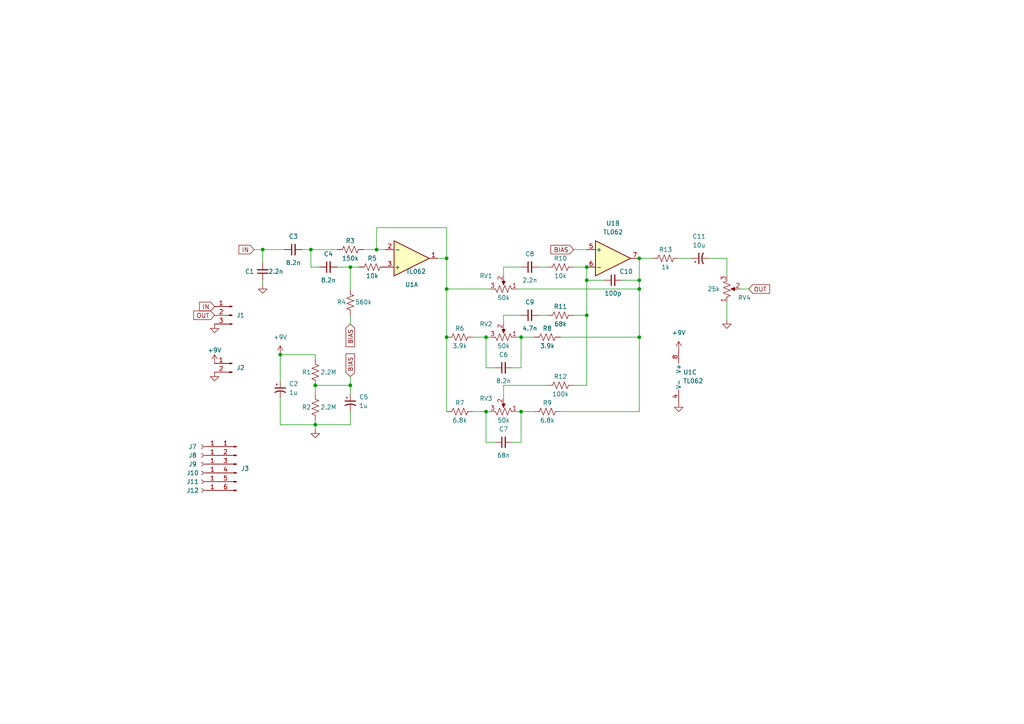
<source format=kicad_sch>
(kicad_sch (version 20211123) (generator eeschema)
  (paper "A4")
  (lib_symbols
    (symbol "Amplifier_Operational:TL062" (pin_names (offset 0.127))
      (property "Reference" "U" (at 0 5.08 0))
      (property "Value" "TL062" (at 0 -5.08 0))
      (symbol "TL062_1_1"
        (polyline (pts (xy -5.08 5.08) (xy 5.08 0) (xy -5.08 -5.08) (xy -5.08 5.08)) (stroke (width 0.254)) (fill (type background)))
        (pin output line (at 7.62 0 180) (length 2.54) (name "~") (number "1"))
        (pin input line (at -7.62 -2.54 0) (length 2.54) (name "-") (number "2"))
        (pin input line (at -7.62 2.54 0) (length 2.54) (name "+") (number "3"))
      )
      (symbol "TL062_2_1"
        (polyline (pts (xy -5.08 5.08) (xy 5.08 0) (xy -5.08 -5.08) (xy -5.08 5.08)) (stroke (width 0.254)) (fill (type background)))
        (pin input line (at -7.62 2.54 0) (length 2.54) (name "+") (number "5"))
        (pin input line (at -7.62 -2.54 0) (length 2.54) (name "-") (number "6"))
        (pin output line (at 7.62 0 180) (length 2.54) (name "~") (number "7"))
      )
      (symbol "TL062_3_1"
        (pin power_in line (at -2.54 -7.62 90) (length 3.81) (name "V-") (number "4"))
        (pin power_in line (at -2.54 7.62 270) (length 3.81) (name "V+") (number "8"))
      )
    )
    (symbol "Connector:Conn_01x01_Female" (pin_names (offset 1.016) hide)
      (property "Reference" "J" (at 0 2.54 0))
      (property "Value" "Conn_01x01_Female" (at 0 -2.54 0))
      (symbol "Conn_01x01_Female_1_1"
        (polyline (pts (xy -1.27 0) (xy -0.508 0)) (stroke (width 0.1524)))
        (arc (start 0 0.508) (mid -0.508 0) (end 0 -0.508) (stroke (width 0.1524)))
        (pin passive line (at -5.08 0 0) (length 3.81) (name "Pin_1") (number "1"))
      )
    )
    (symbol "Connector:Conn_01x02_Male" (pin_names (offset 1.016) hide)
      (property "Reference" "J" (at 0 2.54 0))
      (property "Value" "Conn_01x02_Male" (at 0 -5.08 0))
      (symbol "Conn_01x02_Male_1_1"
        (polyline (pts (xy 1.27 -2.54) (xy 0.8636 -2.54)) (stroke (width 0.1524)))
        (polyline (pts (xy 1.27 0) (xy 0.8636 0)) (stroke (width 0.1524)))
        (rectangle (start 0.8636 -2.413) (end 0 -2.667) (stroke (width 0.1524)) (fill (type outline)))
        (rectangle (start 0.8636 0.127) (end 0 -0.127) (stroke (width 0.1524)) (fill (type outline)))
        (pin passive line (at 5.08 0 180) (length 3.81) (name "Pin_1") (number "1"))
        (pin passive line (at 5.08 -2.54 180) (length 3.81) (name "Pin_2") (number "2"))
      )
    )
    (symbol "Connector:Conn_01x03_Male" (pin_names (offset 1.016) hide)
      (property "Reference" "J" (at 0 5.08 0))
      (property "Value" "Conn_01x03_Male" (at 0 -5.08 0))
      (symbol "Conn_01x03_Male_1_1"
        (polyline (pts (xy 1.27 -2.54) (xy 0.8636 -2.54)) (stroke (width 0.1524)))
        (polyline (pts (xy 1.27 0) (xy 0.8636 0)) (stroke (width 0.1524)))
        (polyline (pts (xy 1.27 2.54) (xy 0.8636 2.54)) (stroke (width 0.1524)))
        (rectangle (start 0.8636 -2.413) (end 0 -2.667) (stroke (width 0.1524)) (fill (type outline)))
        (rectangle (start 0.8636 0.127) (end 0 -0.127) (stroke (width 0.1524)) (fill (type outline)))
        (rectangle (start 0.8636 2.667) (end 0 2.413) (stroke (width 0.1524)) (fill (type outline)))
        (pin passive line (at 5.08 2.54 180) (length 3.81) (name "Pin_1") (number "1"))
        (pin passive line (at 5.08 0 180) (length 3.81) (name "Pin_2") (number "2"))
        (pin passive line (at 5.08 -2.54 180) (length 3.81) (name "Pin_3") (number "3"))
      )
    )
    (symbol "Connector:Conn_01x06_Male" (pin_names (offset 1.016) hide)
      (property "Reference" "J" (at 0 7.62 0))
      (property "Value" "Conn_01x06_Male" (at 0 -10.16 0))
      (symbol "Conn_01x06_Male_1_1"
        (polyline (pts (xy 1.27 -7.62) (xy 0.8636 -7.62)) (stroke (width 0.1524)))
        (polyline (pts (xy 1.27 -5.08) (xy 0.8636 -5.08)) (stroke (width 0.1524)))
        (polyline (pts (xy 1.27 -2.54) (xy 0.8636 -2.54)) (stroke (width 0.1524)))
        (polyline (pts (xy 1.27 0) (xy 0.8636 0)) (stroke (width 0.1524)))
        (polyline (pts (xy 1.27 2.54) (xy 0.8636 2.54)) (stroke (width 0.1524)))
        (polyline (pts (xy 1.27 5.08) (xy 0.8636 5.08)) (stroke (width 0.1524)))
        (rectangle (start 0.8636 -7.493) (end 0 -7.747) (stroke (width 0.1524)) (fill (type outline)))
        (rectangle (start 0.8636 -4.953) (end 0 -5.207) (stroke (width 0.1524)) (fill (type outline)))
        (rectangle (start 0.8636 -2.413) (end 0 -2.667) (stroke (width 0.1524)) (fill (type outline)))
        (rectangle (start 0.8636 0.127) (end 0 -0.127) (stroke (width 0.1524)) (fill (type outline)))
        (rectangle (start 0.8636 2.667) (end 0 2.413) (stroke (width 0.1524)) (fill (type outline)))
        (rectangle (start 0.8636 5.207) (end 0 4.953) (stroke (width 0.1524)) (fill (type outline)))
        (pin passive line (at 5.08 5.08 180) (length 3.81) (name "Pin_1") (number "1"))
        (pin passive line (at 5.08 2.54 180) (length 3.81) (name "Pin_2") (number "2"))
        (pin passive line (at 5.08 0 180) (length 3.81) (name "Pin_3") (number "3"))
        (pin passive line (at 5.08 -2.54 180) (length 3.81) (name "Pin_4") (number "4"))
        (pin passive line (at 5.08 -5.08 180) (length 3.81) (name "Pin_5") (number "5"))
        (pin passive line (at 5.08 -7.62 180) (length 3.81) (name "Pin_6") (number "6"))
      )
    )
    (symbol "Device:C_Polarized_Small_US" (pin_numbers hide) (pin_names (offset 0.254) hide)
      (property "Reference" "C" (at 0.254 1.778 0))
      (property "Value" "C_Polarized_Small_US" (at 0.254 -2.032 0))
      (symbol "C_Polarized_Small_US_0_1"
        (polyline (pts (xy -1.524 0.508) (xy 1.524 0.508)) (stroke (width 0.3048)))
        (polyline (pts (xy -1.27 1.524) (xy -0.762 1.524)))
        (polyline (pts (xy -1.016 1.27) (xy -1.016 1.778)))
        (arc (start 1.524 -0.762) (mid 0 -0.3734) (end -1.524 -0.762) (stroke (width 0.3048)))
      )
      (symbol "C_Polarized_Small_US_1_1"
        (pin passive line (at 0 2.54 270) (length 2.032) (name "~") (number "1"))
        (pin passive line (at 0 -2.54 90) (length 2.032) (name "~") (number "2"))
      )
    )
    (symbol "Device:C_Small" (pin_numbers hide) (pin_names (offset 0.254) hide)
      (property "Reference" "C" (at 0.254 1.778 0))
      (property "Value" "C_Small" (at 0.254 -2.032 0))
      (symbol "C_Small_0_1"
        (polyline (pts (xy -1.524 -0.508) (xy 1.524 -0.508)) (stroke (width 0.3302)))
        (polyline (pts (xy -1.524 0.508) (xy 1.524 0.508)) (stroke (width 0.3048)))
      )
      (symbol "C_Small_1_1"
        (pin passive line (at 0 2.54 270) (length 2.032) (name "~") (number "1"))
        (pin passive line (at 0 -2.54 90) (length 2.032) (name "~") (number "2"))
      )
    )
    (symbol "Device:R_Potentiometer_US" (pin_names (offset 1.016) hide)
      (property "Reference" "RV" (at -4.445 0 90))
      (property "Value" "R_Potentiometer_US" (at -2.54 0 90))
      (symbol "R_Potentiometer_US_0_1"
        (polyline (pts (xy 0 -2.286) (xy 0 -2.54)))
        (polyline (pts (xy 0 2.54) (xy 0 2.286)))
        (polyline (pts (xy 2.54 0) (xy 1.524 0)))
        (polyline (pts (xy 1.143 0) (xy 2.286 0.508) (xy 2.286 -0.508) (xy 1.143 0)) (fill (type outline)))
        (polyline (pts (xy 0 -0.762) (xy 1.016 -1.143) (xy 0 -1.524) (xy -1.016 -1.905) (xy 0 -2.286)))
        (polyline (pts (xy 0 0.762) (xy 1.016 0.381) (xy 0 0) (xy -1.016 -0.381) (xy 0 -0.762)))
        (polyline (pts (xy 0 2.286) (xy 1.016 1.905) (xy 0 1.524) (xy -1.016 1.143) (xy 0 0.762)))
      )
      (symbol "R_Potentiometer_US_1_1"
        (pin passive line (at 0 3.81 270) (length 1.27) (name "1") (number "1"))
        (pin passive line (at 3.81 0 180) (length 1.27) (name "2") (number "2"))
        (pin passive line (at 0 -3.81 90) (length 1.27) (name "3") (number "3"))
      )
    )
    (symbol "Device:R_US" (pin_numbers hide) (pin_names (offset 0))
      (property "Reference" "R" (at 2.54 0 90))
      (property "Value" "R_US" (at -2.54 0 90))
      (symbol "R_US_0_1"
        (polyline (pts (xy 0 -2.286) (xy 0 -2.54)))
        (polyline (pts (xy 0 2.286) (xy 0 2.54)))
        (polyline (pts (xy 0 -0.762) (xy 1.016 -1.143) (xy 0 -1.524) (xy -1.016 -1.905) (xy 0 -2.286)))
        (polyline (pts (xy 0 0.762) (xy 1.016 0.381) (xy 0 0) (xy -1.016 -0.381) (xy 0 -0.762)))
        (polyline (pts (xy 0 2.286) (xy 1.016 1.905) (xy 0 1.524) (xy -1.016 1.143) (xy 0 0.762)))
      )
      (symbol "R_US_1_1"
        (pin passive line (at 0 3.81 270) (length 1.27) (name "~") (number "1"))
        (pin passive line (at 0 -3.81 90) (length 1.27) (name "~") (number "2"))
      )
    )
    (symbol "power:+9V" (power) (pin_names (offset 0))
      (property "Value" "+9V" (at 0 3.556 0))
      (symbol "+9V_0_1"
        (polyline (pts (xy -0.762 1.27) (xy 0 2.54)))
        (polyline (pts (xy 0 0) (xy 0 2.54)))
        (polyline (pts (xy 0 2.54) (xy 0.762 1.27)))
      )
      (symbol "+9V_1_1"
        (pin power_in line (at 0 0 90) (length 0) hide (name "+9V") (number "1"))
      )
    )
    (symbol "power:GND" (power) (pin_names (offset 0))
      (property "Value" "GND" (at 0 -3.81 0))
      (symbol "GND_0_1"
        (polyline (pts (xy 0 0) (xy 0 -1.27) (xy 1.27 -1.27) (xy 0 -2.54) (xy -1.27 -1.27) (xy 0 -1.27)))
      )
      (symbol "GND_1_1"
        (pin power_in line (at 0 0 270) (length 0) hide (name "GND") (number "1"))
      )
    )
  )
  (junction (at 170.18 77.47))
  (junction (at 140.97 119.38))
  (junction (at 185.42 83.82))
  (junction (at 185.42 97.79))
  (junction (at 170.18 81.28))
  (junction (at 81.28 102.87))
  (junction (at 185.42 74.93))
  (junction (at 129.54 97.79))
  (junction (at 101.6 111.76))
  (junction (at 140.97 97.79))
  (junction (at 185.42 81.28))
  (junction (at 101.6 77.47))
  (junction (at 151.13 97.79))
  (junction (at 170.18 91.44))
  (junction (at 151.13 119.38))
  (junction (at 129.54 83.82))
  (junction (at 129.54 74.93))
  (junction (at 90.17 72.39))
  (junction (at 109.22 72.39))
  (junction (at 91.44 111.76))
  (junction (at 76.2 72.39))
  (junction (at 91.44 123.19))
  (wire (pts (xy 143.51 128.27) (xy 140.97 128.27)))
  (wire (pts (xy 109.22 66.04) (xy 129.54 66.04)))
  (wire (pts (xy 148.59 128.27) (xy 151.13 128.27)))
  (wire (pts (xy 214.63 83.82) (xy 217.17 83.82)))
  (wire (pts (xy 90.17 77.47) (xy 90.17 72.39)))
  (wire (pts (xy 140.97 97.79) (xy 142.24 97.79)))
  (wire (pts (xy 149.86 119.38) (xy 151.13 119.38)))
  (wire (pts (xy 196.85 74.93) (xy 200.66 74.93)))
  (wire (pts (xy 170.18 81.28) (xy 170.18 91.44)))
  (wire (pts (xy 156.21 77.47) (xy 158.75 77.47)))
  (wire (pts (xy 180.34 81.28) (xy 185.42 81.28)))
  (wire (pts (xy 148.59 106.68) (xy 151.13 106.68)))
  (wire (pts (xy 97.79 77.47) (xy 101.6 77.47)))
  (wire (pts (xy 140.97 106.68) (xy 143.51 106.68)))
  (wire (pts (xy 81.28 123.19) (xy 91.44 123.19)))
  (wire (pts (xy 140.97 128.27) (xy 140.97 119.38)))
  (wire (pts (xy 146.05 77.47) (xy 151.13 77.47)))
  (wire (pts (xy 146.05 111.76) (xy 158.75 111.76)))
  (wire (pts (xy 149.86 83.82) (xy 185.42 83.82)))
  (wire (pts (xy 140.97 119.38) (xy 142.24 119.38)))
  (wire (pts (xy 170.18 77.47) (xy 170.18 81.28)))
  (wire (pts (xy 151.13 97.79) (xy 154.94 97.79)))
  (wire (pts (xy 92.71 77.47) (xy 90.17 77.47)))
  (wire (pts (xy 137.16 119.38) (xy 140.97 119.38)))
  (wire (pts (xy 170.18 91.44) (xy 170.18 111.76)))
  (wire (pts (xy 87.63 72.39) (xy 90.17 72.39)))
  (wire (pts (xy 101.6 109.22) (xy 101.6 111.76)))
  (wire (pts (xy 185.42 74.93) (xy 185.42 81.28)))
  (wire (pts (xy 101.6 119.38) (xy 101.6 123.19)))
  (wire (pts (xy 101.6 77.47) (xy 104.14 77.47)))
  (wire (pts (xy 210.82 74.93) (xy 210.82 80.01)))
  (wire (pts (xy 166.37 77.47) (xy 170.18 77.47)))
  (wire (pts (xy 146.05 93.98) (xy 146.05 91.44)))
  (wire (pts (xy 166.37 72.39) (xy 170.18 72.39)))
  (wire (pts (xy 129.54 83.82) (xy 129.54 97.79)))
  (wire (pts (xy 185.42 74.93) (xy 189.23 74.93)))
  (wire (pts (xy 127 74.93) (xy 129.54 74.93)))
  (wire (pts (xy 162.56 119.38) (xy 185.42 119.38)))
  (wire (pts (xy 151.13 128.27) (xy 151.13 119.38)))
  (wire (pts (xy 162.56 97.79) (xy 185.42 97.79)))
  (wire (pts (xy 140.97 97.79) (xy 140.97 106.68)))
  (wire (pts (xy 149.86 97.79) (xy 151.13 97.79)))
  (wire (pts (xy 146.05 77.47) (xy 146.05 80.01)))
  (wire (pts (xy 91.44 111.76) (xy 101.6 111.76)))
  (wire (pts (xy 129.54 97.79) (xy 129.54 119.38)))
  (wire (pts (xy 91.44 123.19) (xy 91.44 124.46)))
  (wire (pts (xy 91.44 111.76) (xy 91.44 114.3)))
  (wire (pts (xy 137.16 97.79) (xy 140.97 97.79)))
  (wire (pts (xy 76.2 72.39) (xy 82.55 72.39)))
  (wire (pts (xy 73.66 72.39) (xy 76.2 72.39)))
  (wire (pts (xy 156.21 91.44) (xy 158.75 91.44)))
  (wire (pts (xy 76.2 81.28) (xy 76.2 82.55)))
  (wire (pts (xy 105.41 72.39) (xy 109.22 72.39)))
  (wire (pts (xy 129.54 83.82) (xy 142.24 83.82)))
  (wire (pts (xy 146.05 91.44) (xy 151.13 91.44)))
  (wire (pts (xy 109.22 72.39) (xy 109.22 66.04)))
  (wire (pts (xy 210.82 87.63) (xy 210.82 92.71)))
  (wire (pts (xy 81.28 115.57) (xy 81.28 123.19)))
  (wire (pts (xy 185.42 81.28) (xy 185.42 83.82)))
  (wire (pts (xy 101.6 77.47) (xy 101.6 83.82)))
  (wire (pts (xy 90.17 72.39) (xy 97.79 72.39)))
  (wire (pts (xy 205.74 74.93) (xy 210.82 74.93)))
  (wire (pts (xy 151.13 119.38) (xy 154.94 119.38)))
  (wire (pts (xy 101.6 91.44) (xy 101.6 93.98)))
  (wire (pts (xy 129.54 66.04) (xy 129.54 74.93)))
  (wire (pts (xy 101.6 111.76) (xy 101.6 114.3)))
  (wire (pts (xy 91.44 123.19) (xy 91.44 121.92)))
  (wire (pts (xy 166.37 111.76) (xy 170.18 111.76)))
  (wire (pts (xy 151.13 106.68) (xy 151.13 97.79)))
  (wire (pts (xy 166.37 91.44) (xy 170.18 91.44)))
  (wire (pts (xy 91.44 102.87) (xy 91.44 104.14)))
  (wire (pts (xy 76.2 76.2) (xy 76.2 72.39)))
  (wire (pts (xy 109.22 72.39) (xy 111.76 72.39)))
  (wire (pts (xy 185.42 97.79) (xy 185.42 119.38)))
  (wire (pts (xy 185.42 83.82) (xy 185.42 97.79)))
  (wire (pts (xy 101.6 123.19) (xy 91.44 123.19)))
  (wire (pts (xy 81.28 102.87) (xy 81.28 110.49)))
  (wire (pts (xy 81.28 102.87) (xy 91.44 102.87)))
  (wire (pts (xy 129.54 74.93) (xy 129.54 83.82)))
  (wire (pts (xy 170.18 81.28) (xy 175.26 81.28)))
  (wire (pts (xy 146.05 115.57) (xy 146.05 111.76)))
  (global_label "IN" (shape input) (at 73.66 72.39 180) (property "Intersheet References" "${INTERSHEET_REFS}" (effects hide)))
  (global_label "OUT" (shape input) (at 62.23 91.44 180) (property "Intersheet References" "${INTERSHEET_REFS}" (effects hide)))
  (global_label "BIAS" (shape input) (at 166.37 72.39 180) (property "Intersheet References" "${INTERSHEET_REFS}" (effects hide)))
  (global_label "BIAS" (shape input) (at 101.6 93.98 270) (property "Intersheet References" "${INTERSHEET_REFS}" (effects hide)))
  (global_label "BIAS" (shape input) (at 101.6 109.22 90) (property "Intersheet References" "${INTERSHEET_REFS}" (effects hide)))
  (global_label "OUT" (shape input) (at 217.17 83.82 0) (property "Intersheet References" "${INTERSHEET_REFS}" (effects hide)))
  (global_label "IN" (shape input) (at 62.23 88.9 180) (property "Intersheet References" "${INTERSHEET_REFS}" (effects hide)))
  (symbol (lib_id "power:+9V") (at 62.23 105.41 0) (unit 1)
    (property "Reference" "#PWR0110" (effects hide))
    (property "Value" "+9V" (at 62.23 101.6 0))
  )
  (symbol (lib_id "Connector:Conn_01x01_Female") (at 58.42 134.62 180) (unit 1)
    (property "Reference" "J9" (at 55.88 134.62 0))
    (property "Value" "Conn_01x01_Female" (effects hide))
    (property "Footprint" "Connector_PinSocket_2.54mm:PinSocket_1x01_P2.54mm_Vertical" (effects hide))
  )
  (symbol (lib_id "Connector:Conn_01x06_Male") (at 68.58 134.62 0) (mirror y) (unit 1)
    (property "Reference" "J3" (at 69.85 135.8899 0) (effects (justify right)))
    (property "Value" "Conn_01x06_Male" (effects hide))
    (property "Footprint" "Connector_JST:JST_PH_B6B-PH-K_1x06_P2.00mm_Vertical" (effects hide))
  )
  (symbol (lib_id "Connector:Conn_01x01_Female") (at 58.42 137.16 180) (unit 1)
    (property "Reference" "J10" (at 55.88 137.16 0))
    (property "Value" "Conn_01x01_Female" (effects hide))
    (property "Footprint" "Connector_PinSocket_2.54mm:PinSocket_1x01_P2.54mm_Vertical" (effects hide))
  )
  (symbol (lib_id "power:GND") (at 91.44 124.46 0) (unit 1)
    (property "Reference" "#PWR0103" (effects hide))
    (property "Value" "GND" (effects hide))
  )
  (symbol (lib_id "Device:R_US") (at 91.44 107.95 180) (unit 1)
    (property "Reference" "R1" (at 88.9 107.95 0))
    (property "Value" "2.2M" (at 95.25 107.95 0))
    (property "Footprint" "Resistor_SMD:R_1206_3216Metric" (effects hide))
  )
  (symbol (lib_id "Device:C_Polarized_Small_US") (at 101.6 116.84 0) (unit 1)
    (property "Reference" "C5" (at 104.14 115.1381 0) (effects (justify left)))
    (property "Value" "1u" (at 104.14 117.6781 0) (effects (justify left)))
    (property "Footprint" "Capacitor_THT:CP_Radial_D5.0mm_P2.50mm" (effects hide))
  )
  (symbol (lib_id "Device:R_US") (at 158.75 119.38 90) (unit 1)
    (property "Reference" "R9" (at 158.75 116.84 90))
    (property "Value" "6.8k" (at 158.75 121.92 90))
    (property "Footprint" "Resistor_SMD:R_1206_3216Metric" (effects hide))
  )
  (symbol (lib_id "Device:C_Small") (at 153.67 77.47 90) (unit 1)
    (property "Reference" "C8" (at 153.67 73.66 90))
    (property "Value" "2.2n" (at 153.67 81.28 90))
    (property "Footprint" "Capacitor_THT:C_Rect_L7.2mm_W3.0mm_P5.00mm_FKS2_FKP2_MKS2_MKP2" (effects hide))
  )
  (symbol (lib_id "Device:R_US") (at 91.44 118.11 180) (unit 1)
    (property "Reference" "R2" (at 88.9 118.11 0))
    (property "Value" "2.2M" (at 95.25 118.11 0))
    (property "Footprint" "Resistor_SMD:R_1206_3216Metric" (effects hide))
  )
  (symbol (lib_id "Device:C_Small") (at 146.05 106.68 90) (unit 1)
    (property "Reference" "C6" (at 146.05 102.87 90))
    (property "Value" "8.2n" (at 146.05 110.49 90))
    (property "Footprint" "Capacitor_THT:C_Rect_L7.2mm_W3.0mm_P5.00mm_FKS2_FKP2_MKS2_MKP2" (effects hide))
  )
  (symbol (lib_id "Device:R_US") (at 158.75 97.79 90) (unit 1)
    (property "Reference" "R8" (at 158.75 95.25 90))
    (property "Value" "3.9k" (at 158.75 100.33 90))
    (property "Footprint" "Resistor_SMD:R_1206_3216Metric" (effects hide))
  )
  (symbol (lib_id "power:GND") (at 76.2 82.55 0) (unit 1)
    (property "Reference" "#PWR0101" (effects hide))
    (property "Value" "GND" (effects hide))
  )
  (symbol (lib_id "Amplifier_Operational:TL062") (at 177.8 74.93 0) (unit 2)
    (property "Reference" "U1" (at 177.8 64.77 0))
    (property "Value" "TL062" (at 177.8 67.31 0))
    (property "Footprint" "Package_DIP:DIP-8_W7.62mm" (effects hide))
    (property "Datasheet" "http://www.ti.com/lit/ds/symlink/tl061.pdf" (effects hide))
  )
  (symbol (lib_id "Device:C_Polarized_Small_US") (at 81.28 113.03 0) (unit 1)
    (property "Reference" "C2" (at 83.82 111.3281 0) (effects (justify left)))
    (property "Value" "1u" (at 83.82 113.8681 0) (effects (justify left)))
    (property "Footprint" "Capacitor_THT:CP_Radial_D5.0mm_P2.50mm" (effects hide))
  )
  (symbol (lib_id "Device:R_US") (at 107.95 77.47 90) (unit 1)
    (property "Reference" "R5" (at 107.95 74.93 90))
    (property "Value" "10k" (at 107.95 80.01 90))
    (property "Footprint" "Resistor_SMD:R_1206_3216Metric" (effects hide))
  )
  (symbol (lib_id "Amplifier_Operational:TL062") (at 199.39 109.22 0) (unit 3)
    (property "Reference" "U1" (at 198.12 107.9499 0) (effects (justify left)))
    (property "Value" "TL062" (at 198.12 110.4899 0) (effects (justify left)))
    (property "Datasheet" "http://www.ti.com/lit/ds/symlink/tl061.pdf" (effects hide))
  )
  (symbol (lib_id "Device:C_Small") (at 177.8 81.28 90) (unit 1)
    (property "Reference" "C10" (at 181.61 78.74 90))
    (property "Value" "100p" (at 177.8 85.09 90))
    (property "Footprint" "Capacitor_THT:C_Disc_D6.0mm_W2.5mm_P5.00mm" (effects hide))
  )
  (symbol (lib_id "Device:C_Polarized_Small_US") (at 203.2 74.93 90) (unit 1)
    (property "Reference" "C11" (at 202.7682 68.58 90))
    (property "Value" "10u" (at 202.7682 71.12 90))
    (property "Footprint" "Capacitor_THT:CP_Radial_D5.0mm_P2.50mm" (effects hide))
  )
  (symbol (lib_id "Device:R_US") (at 162.56 91.44 90) (unit 1)
    (property "Reference" "R11" (at 162.56 88.9 90))
    (property "Value" "68k" (at 162.56 93.98 90))
    (property "Footprint" "Resistor_SMD:R_1206_3216Metric" (effects hide))
  )
  (symbol (lib_id "Device:R_Potentiometer_US") (at 210.82 83.82 0) (mirror x) (unit 1)
    (property "Reference" "RV4" (at 215.9 86.36 0))
    (property "Value" "25k" (at 207.01 83.82 0))
    (property "Footprint" "lib:Potentiometer_Piher_T-16L_Single_Vertical_Hole" (effects hide))
  )
  (symbol (lib_id "Device:C_Small") (at 146.05 128.27 90) (unit 1)
    (property "Reference" "C7" (at 146.05 124.46 90))
    (property "Value" "68n" (at 146.05 132.08 90))
    (property "Footprint" "Capacitor_THT:C_Rect_L7.2mm_W3.0mm_P5.00mm_FKS2_FKP2_MKS2_MKP2" (effects hide))
  )
  (symbol (lib_id "Device:R_US") (at 101.6 87.63 180) (unit 1)
    (property "Reference" "R4" (at 99.06 87.63 0))
    (property "Value" "560k" (at 105.41 87.63 0))
    (property "Footprint" "Resistor_SMD:R_1206_3216Metric" (effects hide))
  )
  (symbol (lib_id "Connector:Conn_01x02_Male") (at 67.31 105.41 0) (mirror y) (unit 1)
    (property "Reference" "J2" (at 68.58 106.6799 0) (effects (justify right)))
    (property "Value" "Conn_01x02_Male" (effects hide))
    (property "Footprint" "Connector_JST:JST_PH_B2B-PH-K_1x02_P2.00mm_Vertical" (effects hide))
  )
  (symbol (lib_id "power:+9V") (at 196.85 101.6 0) (unit 1)
    (property "Reference" "#PWR0104" (effects hide))
    (property "Value" "+9V" (at 196.85 96.52 0))
  )
  (symbol (lib_id "Device:C_Small") (at 153.67 91.44 90) (unit 1)
    (property "Reference" "C9" (at 153.67 87.63 90))
    (property "Value" "4.7n" (at 153.67 95.25 90))
    (property "Footprint" "Capacitor_THT:C_Rect_L7.2mm_W3.0mm_P5.00mm_FKS2_FKP2_MKS2_MKP2" (effects hide))
  )
  (symbol (lib_id "Device:R_Potentiometer_US") (at 146.05 119.38 270) (mirror x) (unit 1)
    (property "Reference" "RV3" (at 140.97 115.57 90))
    (property "Value" "50k" (at 146.05 121.92 90))
    (property "Footprint" "lib:Potentiometer_Piher_T-16L_Single_Vertical_Hole" (effects hide))
  )
  (symbol (lib_id "Device:R_US") (at 162.56 111.76 90) (unit 1)
    (property "Reference" "R12" (at 162.56 109.22 90))
    (property "Value" "100k" (at 162.56 114.3 90))
    (property "Footprint" "Resistor_SMD:R_1206_3216Metric" (effects hide))
  )
  (symbol (lib_id "power:GND") (at 62.23 93.98 0) (unit 1)
    (property "Reference" "#PWR0107" (effects hide))
    (property "Value" "GND" (effects hide))
  )
  (symbol (lib_id "Connector:Conn_01x01_Female") (at 58.42 129.54 180) (unit 1)
    (property "Reference" "J7" (at 55.88 129.54 0))
    (property "Value" "Conn_01x01_Female" (effects hide))
    (property "Footprint" "Connector_PinSocket_2.54mm:PinSocket_1x01_P2.54mm_Vertical" (effects hide))
  )
  (symbol (lib_id "power:GND") (at 62.23 107.95 0) (unit 1)
    (property "Reference" "#PWR0109" (effects hide))
    (property "Value" "GND" (effects hide))
  )
  (symbol (lib_id "Amplifier_Operational:TL062") (at 119.38 74.93 0) (mirror x) (unit 1)
    (property "Reference" "U1" (at 119.38 82.55 0))
    (property "Value" "TL062" (at 120.65 78.74 0))
    (property "Datasheet" "http://www.ti.com/lit/ds/symlink/tl061.pdf" (effects hide))
  )
  (symbol (lib_id "Device:C_Small") (at 95.25 77.47 90) (unit 1)
    (property "Reference" "C4" (at 95.25 73.66 90))
    (property "Value" "8.2n" (at 95.25 81.28 90))
    (property "Footprint" "Capacitor_THT:C_Rect_L7.2mm_W3.0mm_P5.00mm_FKS2_FKP2_MKS2_MKP2" (effects hide))
  )
  (symbol (lib_id "power:GND") (at 196.85 116.84 0) (unit 1)
    (property "Reference" "#PWR0106" (effects hide))
    (property "Value" "GND" (effects hide))
  )
  (symbol (lib_id "Device:C_Small") (at 85.09 72.39 90) (unit 1)
    (property "Reference" "C3" (at 85.09 68.58 90))
    (property "Value" "8.2n" (at 85.09 76.2 90))
    (property "Footprint" "Capacitor_THT:C_Rect_L7.2mm_W3.0mm_P5.00mm_FKS2_FKP2_MKS2_MKP2" (effects hide))
  )
  (symbol (lib_id "Device:R_Potentiometer_US") (at 146.05 83.82 270) (mirror x) (unit 1)
    (property "Reference" "RV1" (at 140.97 80.01 90))
    (property "Value" "50k" (at 146.05 86.36 90))
    (property "Footprint" "lib:Potentiometer_Piher_T-16L_Single_Vertical_Hole" (effects hide))
  )
  (symbol (lib_id "Device:R_Potentiometer_US") (at 146.05 97.79 270) (mirror x) (unit 1)
    (property "Reference" "RV2" (at 140.97 93.98 90))
    (property "Value" "50k" (at 146.05 100.33 90))
    (property "Footprint" "lib:Potentiometer_Piher_T-16L_Single_Vertical_Hole" (effects hide))
  )
  (symbol (lib_id "Device:R_US") (at 101.6 72.39 90) (unit 1)
    (property "Reference" "R3" (at 101.6 69.85 90))
    (property "Value" "150k" (at 101.6 74.93 90))
    (property "Footprint" "Resistor_SMD:R_1206_3216Metric" (effects hide))
  )
  (symbol (lib_id "Connector:Conn_01x01_Female") (at 58.42 142.24 180) (unit 1)
    (property "Reference" "J12" (at 55.88 142.24 0))
    (property "Value" "Conn_01x01_Female" (effects hide))
    (property "Footprint" "Connector_PinSocket_2.54mm:PinSocket_1x01_P2.54mm_Vertical" (effects hide))
  )
  (symbol (lib_id "Device:R_US") (at 162.56 77.47 90) (unit 1)
    (property "Reference" "R10" (at 162.56 74.93 90))
    (property "Value" "10k" (at 162.56 80.01 90))
    (property "Footprint" "Resistor_SMD:R_1206_3216Metric" (effects hide))
  )
  (symbol (lib_id "Connector:Conn_01x01_Female") (at 58.42 139.7 180) (unit 1)
    (property "Reference" "J11" (at 55.88 139.7 0))
    (property "Value" "Conn_01x01_Female" (effects hide))
    (property "Footprint" "Connector_PinSocket_2.54mm:PinSocket_1x01_P2.54mm_Vertical" (effects hide))
  )
  (symbol (lib_id "Device:C_Small") (at 76.2 78.74 180) (unit 1)
    (property "Reference" "C1" (at 72.39 78.74 0))
    (property "Value" "2.2n" (at 80.01 78.74 0))
    (property "Footprint" "Capacitor_THT:C_Rect_L7.2mm_W3.0mm_P5.00mm_FKS2_FKP2_MKS2_MKP2" (effects hide))
  )
  (symbol (lib_id "Device:R_US") (at 133.35 119.38 90) (unit 1)
    (property "Reference" "R7" (at 133.35 116.84 90))
    (property "Value" "6.8k" (at 133.35 121.92 90))
    (property "Footprint" "Resistor_SMD:R_1206_3216Metric" (effects hide))
  )
  (symbol (lib_id "power:+9V") (at 81.28 102.87 0) (unit 1)
    (property "Reference" "#PWR0102" (effects hide))
    (property "Value" "+9V" (at 81.28 97.79 0))
  )
  (symbol (lib_id "power:GND") (at 210.82 92.71 0) (unit 1)
    (property "Reference" "#PWR0105" (effects hide))
    (property "Value" "GND" (effects hide))
  )
  (symbol (lib_id "Device:R_US") (at 193.04 74.93 90) (unit 1)
    (property "Reference" "R13" (at 193.04 72.39 90))
    (property "Value" "1k" (at 193.04 77.47 90))
    (property "Footprint" "Resistor_SMD:R_1206_3216Metric" (effects hide))
  )
  (symbol (lib_id "Connector:Conn_01x01_Female") (at 58.42 132.08 180) (unit 1)
    (property "Reference" "J8" (at 55.88 132.08 0))
    (property "Value" "Conn_01x01_Female" (effects hide))
    (property "Footprint" "Connector_PinSocket_2.54mm:PinSocket_1x01_P2.54mm_Vertical" (effects hide))
  )
  (symbol (lib_id "Device:R_US") (at 133.35 97.79 90) (unit 1)
    (property "Reference" "R6" (at 133.35 95.25 90))
    (property "Value" "3.9k" (at 133.35 100.33 90))
    (property "Footprint" "Resistor_SMD:R_1206_3216Metric" (effects hide))
  )
  (symbol (lib_id "Connector:Conn_01x03_Male") (at 67.31 91.44 0) (mirror y) (unit 1)
    (property "Reference" "J1" (at 68.58 91.4399 0) (effects (justify right)))
    (property "Value" "Conn_01x03_Male" (effects hide))
    (property "Footprint" "Connector_JST:JST_PH_B3B-PH-K_1x03_P2.00mm_Vertical" (effects hide))
  )
)
</source>
